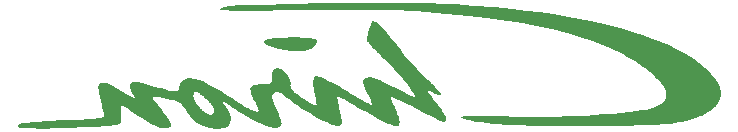
<source format=gbr>
%TF.GenerationSoftware,KiCad,Pcbnew,7.0.9*%
%TF.CreationDate,2024-03-10T13:20:19+01:00*%
%TF.ProjectId,65petit,36357065-7469-4742-9e6b-696361645f70,rev?*%
%TF.SameCoordinates,Original*%
%TF.FileFunction,Legend,Bot*%
%TF.FilePolarity,Positive*%
%FSLAX46Y46*%
G04 Gerber Fmt 4.6, Leading zero omitted, Abs format (unit mm)*
G04 Created by KiCad (PCBNEW 7.0.9) date 2024-03-10 13:20:19*
%MOMM*%
%LPD*%
G01*
G04 APERTURE LIST*
G04 Aperture macros list*
%AMHorizOval*
0 Thick line with rounded ends*
0 $1 width*
0 $2 $3 position (X,Y) of the first rounded end (center of the circle)*
0 $4 $5 position (X,Y) of the second rounded end (center of the circle)*
0 Add line between two ends*
20,1,$1,$2,$3,$4,$5,0*
0 Add two circle primitives to create the rounded ends*
1,1,$1,$2,$3*
1,1,$1,$4,$5*%
G04 Aperture macros list end*
%ADD10C,0.000000*%
%ADD11C,1.701800*%
%ADD12C,3.987800*%
%ADD13HorizOval,2.300000X0.655008X0.729993X-0.655008X-0.729993X0*%
%ADD14C,2.300000*%
%ADD15HorizOval,2.300000X0.020004X0.290000X-0.020004X-0.290000X0*%
%ADD16R,1.600000X1.600000*%
%ADD17O,1.600000X1.600000*%
%ADD18O,2.500000X1.500000*%
%ADD19O,1.500000X2.500000*%
%ADD20C,2.200000*%
%ADD21C,3.048000*%
G04 APERTURE END LIST*
D10*
G36*
X67401171Y-134076160D02*
G01*
X67592085Y-134078770D01*
X67772647Y-134083299D01*
X67942613Y-134089718D01*
X68101740Y-134097998D01*
X68249785Y-134108108D01*
X68386505Y-134120019D01*
X68511658Y-134133701D01*
X68624999Y-134149125D01*
X68726286Y-134166261D01*
X68815276Y-134185079D01*
X68891726Y-134205549D01*
X68955392Y-134227642D01*
X68982356Y-134239288D01*
X69006033Y-134251329D01*
X69026392Y-134263760D01*
X69043403Y-134276579D01*
X69057037Y-134289781D01*
X69067262Y-134303363D01*
X69074206Y-134315977D01*
X69079913Y-134329306D01*
X69084397Y-134343315D01*
X69087678Y-134357973D01*
X69089771Y-134373247D01*
X69090694Y-134389103D01*
X69090463Y-134405509D01*
X69089095Y-134422432D01*
X69086608Y-134439841D01*
X69083018Y-134457700D01*
X69072598Y-134494645D01*
X69057970Y-134533004D01*
X69039270Y-134572516D01*
X69016634Y-134612918D01*
X68990196Y-134653949D01*
X68960093Y-134695347D01*
X68926460Y-134736850D01*
X68889432Y-134778196D01*
X68849145Y-134819123D01*
X68805734Y-134859369D01*
X68759336Y-134898673D01*
X68704792Y-134939827D01*
X68645487Y-134978908D01*
X68581704Y-135015836D01*
X68513727Y-135050531D01*
X68441839Y-135082912D01*
X68366322Y-135112899D01*
X68287461Y-135140412D01*
X68205539Y-135165370D01*
X68120838Y-135187692D01*
X68033643Y-135207299D01*
X67944235Y-135224110D01*
X67852899Y-135238045D01*
X67759918Y-135249023D01*
X67665575Y-135256964D01*
X67570153Y-135261788D01*
X67473935Y-135263413D01*
X67285222Y-135257181D01*
X67068601Y-135239320D01*
X66831715Y-135211082D01*
X66582205Y-135173719D01*
X66327713Y-135128484D01*
X66075881Y-135076628D01*
X65834350Y-135019406D01*
X65610763Y-134958068D01*
X65506021Y-134926094D01*
X65404217Y-134893311D01*
X65305877Y-134859960D01*
X65211529Y-134826285D01*
X65121699Y-134792528D01*
X65036914Y-134758931D01*
X64957703Y-134725737D01*
X64884592Y-134693188D01*
X64818107Y-134661527D01*
X64758777Y-134630996D01*
X64707129Y-134601837D01*
X64663688Y-134574294D01*
X64645211Y-134561204D01*
X64628984Y-134548609D01*
X64615073Y-134536539D01*
X64603543Y-134525024D01*
X64594460Y-134514094D01*
X64587891Y-134503781D01*
X64583901Y-134494114D01*
X64582557Y-134485123D01*
X64583141Y-134476375D01*
X64584873Y-134467428D01*
X64587726Y-134458300D01*
X64591670Y-134449010D01*
X64602717Y-134430017D01*
X64617786Y-134410596D01*
X64636649Y-134390896D01*
X64659077Y-134371062D01*
X64684840Y-134351243D01*
X64713709Y-134331587D01*
X64745456Y-134312240D01*
X64779852Y-134293349D01*
X64816668Y-134275063D01*
X64855676Y-134257529D01*
X64896645Y-134240895D01*
X64939347Y-134225306D01*
X64983554Y-134210912D01*
X65029037Y-134197860D01*
X65153928Y-134173769D01*
X65338486Y-134151188D01*
X65573805Y-134130619D01*
X65850980Y-134112563D01*
X66161107Y-134097522D01*
X66495280Y-134085996D01*
X66844595Y-134078488D01*
X67200147Y-134075499D01*
X67401171Y-134076160D01*
G37*
G36*
X76124085Y-131135047D02*
G01*
X77440570Y-131153899D01*
X78649800Y-131184467D01*
X79753956Y-131226772D01*
X80755222Y-131280835D01*
X82407058Y-131395858D01*
X84117496Y-131533260D01*
X85684687Y-131675799D01*
X86906781Y-131806233D01*
X87995784Y-131949984D01*
X89200594Y-132128782D01*
X90374709Y-132319849D01*
X91371625Y-132500409D01*
X91826404Y-132592468D01*
X92320706Y-132698434D01*
X93364577Y-132937065D01*
X94376628Y-133186260D01*
X94831154Y-133305431D01*
X95230247Y-133415976D01*
X95615385Y-133530381D01*
X96029921Y-133660614D01*
X96460833Y-133802145D01*
X96895098Y-133950442D01*
X97319694Y-134100974D01*
X97721599Y-134249210D01*
X98087790Y-134390619D01*
X98405244Y-134520669D01*
X98706719Y-134653323D01*
X99027115Y-134802191D01*
X99356621Y-134962220D01*
X99685427Y-135128356D01*
X100003719Y-135295544D01*
X100301687Y-135458730D01*
X100569519Y-135612861D01*
X100797403Y-135752883D01*
X100902334Y-135822012D01*
X101011899Y-135897618D01*
X101241366Y-136065259D01*
X101478681Y-136249804D01*
X101716723Y-136445252D01*
X101948370Y-136645601D01*
X102166502Y-136844850D01*
X102268273Y-136942187D01*
X102363995Y-137036998D01*
X102452777Y-137128534D01*
X102533729Y-137216044D01*
X102635079Y-137330669D01*
X102727718Y-137439882D01*
X102811947Y-137544299D01*
X102888063Y-137644538D01*
X102956369Y-137741213D01*
X103017162Y-137834941D01*
X103070742Y-137926338D01*
X103117410Y-138016021D01*
X103157466Y-138104604D01*
X103191208Y-138192704D01*
X103218937Y-138280938D01*
X103240952Y-138369921D01*
X103257553Y-138460269D01*
X103269040Y-138552599D01*
X103275712Y-138647526D01*
X103277869Y-138745667D01*
X103276059Y-138835458D01*
X103270592Y-138922678D01*
X103261413Y-139007458D01*
X103248470Y-139089926D01*
X103231708Y-139170213D01*
X103211074Y-139248449D01*
X103186513Y-139324765D01*
X103157972Y-139399290D01*
X103125396Y-139472155D01*
X103088732Y-139543488D01*
X103047926Y-139613422D01*
X103002923Y-139682085D01*
X102953671Y-139749607D01*
X102900115Y-139816119D01*
X102842200Y-139881751D01*
X102779874Y-139946633D01*
X102725294Y-139998983D01*
X102664688Y-140053044D01*
X102598693Y-140108399D01*
X102527945Y-140164633D01*
X102453078Y-140221331D01*
X102374730Y-140278077D01*
X102210132Y-140390055D01*
X102039237Y-140497241D01*
X101953017Y-140548000D01*
X101867131Y-140596315D01*
X101782215Y-140641770D01*
X101698903Y-140683952D01*
X101617832Y-140722443D01*
X101539638Y-140756829D01*
X101362186Y-140824734D01*
X101141834Y-140898117D01*
X100887322Y-140974653D01*
X100607393Y-141052019D01*
X100310789Y-141127892D01*
X100006250Y-141199948D01*
X99702518Y-141265864D01*
X99408336Y-141323317D01*
X99408347Y-141323329D01*
X98999002Y-141381849D01*
X98449904Y-141433543D01*
X97765384Y-141478245D01*
X96949773Y-141515786D01*
X94942601Y-141568721D01*
X92463037Y-141591012D01*
X90113587Y-141581282D01*
X87823925Y-141544878D01*
X85856234Y-141487569D01*
X85075060Y-141452879D01*
X84472698Y-141415128D01*
X83965931Y-141370869D01*
X83475316Y-141318773D01*
X83012019Y-141260616D01*
X82587207Y-141198177D01*
X82212045Y-141133234D01*
X82046574Y-141100379D01*
X81897702Y-141067566D01*
X81766826Y-141035015D01*
X81655343Y-141002950D01*
X81564647Y-140971592D01*
X81496135Y-140941165D01*
X81416452Y-140896445D01*
X81360361Y-140857017D01*
X81331203Y-140822708D01*
X81327768Y-140807418D01*
X81332318Y-140793343D01*
X81367043Y-140768752D01*
X81438719Y-140748760D01*
X81550684Y-140733195D01*
X81706279Y-140721884D01*
X82161714Y-140711333D01*
X82831739Y-140715723D01*
X84922416Y-140763799D01*
X85795025Y-140780728D01*
X86754793Y-140787582D01*
X88810108Y-140773025D01*
X90836967Y-140724039D01*
X91761163Y-140687859D01*
X92583972Y-140644540D01*
X93346529Y-140592864D01*
X94098040Y-140532745D01*
X94819190Y-140466347D01*
X95490663Y-140395840D01*
X96093141Y-140323390D01*
X96607310Y-140251165D01*
X97013852Y-140181332D01*
X97170726Y-140147989D01*
X97293451Y-140116057D01*
X97405856Y-140081069D01*
X97515343Y-140043804D01*
X97621532Y-140004481D01*
X97724041Y-139963318D01*
X97822491Y-139920534D01*
X97916502Y-139876348D01*
X98005694Y-139830977D01*
X98089687Y-139784642D01*
X98168100Y-139737560D01*
X98240554Y-139689951D01*
X98306669Y-139642032D01*
X98366064Y-139594023D01*
X98418359Y-139546141D01*
X98441725Y-139522317D01*
X98463174Y-139498607D01*
X98482658Y-139475038D01*
X98500130Y-139451638D01*
X98515542Y-139428434D01*
X98528846Y-139405454D01*
X98550530Y-139361444D01*
X98570434Y-139314003D01*
X98588507Y-139263577D01*
X98604695Y-139210608D01*
X98618944Y-139155542D01*
X98631202Y-139098823D01*
X98641416Y-139040896D01*
X98649531Y-138982205D01*
X98655496Y-138923195D01*
X98659256Y-138864309D01*
X98660759Y-138805993D01*
X98659951Y-138748691D01*
X98656780Y-138692847D01*
X98651192Y-138638907D01*
X98643134Y-138587313D01*
X98632552Y-138538512D01*
X98615721Y-138487233D01*
X98589326Y-138428368D01*
X98553932Y-138362608D01*
X98510104Y-138290642D01*
X98458406Y-138213160D01*
X98399402Y-138130850D01*
X98333656Y-138044402D01*
X98261734Y-137954506D01*
X98184199Y-137861850D01*
X98101615Y-137767125D01*
X98014548Y-137671019D01*
X97923561Y-137574222D01*
X97829219Y-137477423D01*
X97732086Y-137381313D01*
X97632727Y-137286579D01*
X97531705Y-137193911D01*
X97423264Y-137099498D01*
X97302133Y-136999640D01*
X97026992Y-136787040D01*
X96716662Y-136563007D01*
X96381526Y-136334437D01*
X96031965Y-136108225D01*
X95678362Y-135891267D01*
X95331097Y-135690458D01*
X95000552Y-135512694D01*
X94657728Y-135342476D01*
X94275268Y-135163291D01*
X93866021Y-134980517D01*
X93442838Y-134799536D01*
X93018568Y-134625725D01*
X92606060Y-134464465D01*
X92218163Y-134321135D01*
X91867727Y-134201115D01*
X91513649Y-134089038D01*
X91115316Y-133968478D01*
X90240206Y-133717043D01*
X89351049Y-133477073D01*
X88556493Y-133278830D01*
X88154285Y-133189540D01*
X87670910Y-133091123D01*
X86533906Y-132879848D01*
X85291984Y-132670884D01*
X84091649Y-132490109D01*
X82721997Y-132322852D01*
X81019065Y-132150684D01*
X79199763Y-131993868D01*
X77481004Y-131872666D01*
X75410725Y-131780694D01*
X72988480Y-131732195D01*
X70273544Y-131727778D01*
X67325191Y-131768050D01*
X65978876Y-131792408D01*
X64756516Y-131807692D01*
X63674206Y-131814033D01*
X62748040Y-131811561D01*
X61994110Y-131800407D01*
X61428512Y-131780700D01*
X61221367Y-131767680D01*
X61067339Y-131752571D01*
X60968441Y-131735390D01*
X60940294Y-131726026D01*
X60926685Y-131716151D01*
X60922034Y-131706697D01*
X60919623Y-131697072D01*
X60919405Y-131687294D01*
X60921333Y-131677382D01*
X60925361Y-131667355D01*
X60931441Y-131657233D01*
X60949572Y-131636775D01*
X60975352Y-131616160D01*
X61008407Y-131595538D01*
X61048362Y-131575061D01*
X61094843Y-131554878D01*
X61147476Y-131535142D01*
X61205887Y-131516002D01*
X61269701Y-131497611D01*
X61338544Y-131480118D01*
X61412042Y-131463675D01*
X61489820Y-131448432D01*
X61571504Y-131434541D01*
X61656720Y-131422152D01*
X62555265Y-131367979D01*
X64379183Y-131303589D01*
X66863175Y-131237040D01*
X69741943Y-131176390D01*
X73160619Y-131132409D01*
X76124085Y-131135047D01*
G37*
G36*
X61608743Y-140301613D02*
G01*
X61642858Y-140369774D01*
X61674346Y-140437585D01*
X61702980Y-140504537D01*
X61728533Y-140570121D01*
X61750778Y-140633828D01*
X61769487Y-140695148D01*
X61784434Y-140753574D01*
X61795391Y-140808596D01*
X61802132Y-140859705D01*
X61804429Y-140906392D01*
X61803194Y-140951394D01*
X61799569Y-140997558D01*
X61793677Y-141044542D01*
X61785640Y-141092004D01*
X61775579Y-141139601D01*
X61763618Y-141186990D01*
X61749877Y-141233830D01*
X61734480Y-141279778D01*
X61717548Y-141324491D01*
X61699203Y-141367627D01*
X61679568Y-141408845D01*
X61658764Y-141447800D01*
X61636914Y-141484152D01*
X61614140Y-141517558D01*
X61590563Y-141547675D01*
X61566306Y-141574160D01*
X61538549Y-141598416D01*
X61504705Y-141621992D01*
X61465242Y-141644766D01*
X61420626Y-141666616D01*
X61371327Y-141687420D01*
X61317812Y-141707055D01*
X61260549Y-141725400D01*
X61200006Y-141742332D01*
X61136650Y-141757730D01*
X61070950Y-141771470D01*
X61003373Y-141783432D01*
X60934388Y-141793493D01*
X60864461Y-141801531D01*
X60794062Y-141807423D01*
X60723657Y-141811048D01*
X60653714Y-141812283D01*
X60581347Y-141810546D01*
X60503825Y-141805448D01*
X60421856Y-141797162D01*
X60336147Y-141785859D01*
X60247407Y-141771711D01*
X60156342Y-141754889D01*
X60063660Y-141735565D01*
X59970069Y-141713911D01*
X59876277Y-141690099D01*
X59782991Y-141664300D01*
X59690919Y-141636685D01*
X59600767Y-141607427D01*
X59513245Y-141576698D01*
X59429060Y-141544668D01*
X59348918Y-141511510D01*
X59273528Y-141477395D01*
X59196149Y-141437773D01*
X59116633Y-141391489D01*
X59035467Y-141339012D01*
X58953142Y-141280810D01*
X58870147Y-141217353D01*
X58786972Y-141149110D01*
X58704104Y-141076552D01*
X58622035Y-141000145D01*
X58541252Y-140920362D01*
X58462246Y-140837669D01*
X58385506Y-140752537D01*
X58311520Y-140665435D01*
X58240779Y-140576832D01*
X58173771Y-140487197D01*
X58110986Y-140397000D01*
X58052913Y-140306710D01*
X57975046Y-140182764D01*
X57901033Y-140070533D01*
X57829937Y-139969326D01*
X57760819Y-139878451D01*
X57692741Y-139797218D01*
X57624765Y-139724935D01*
X57555954Y-139660911D01*
X57485369Y-139604455D01*
X57449118Y-139578848D01*
X57412072Y-139554874D01*
X57374114Y-139532447D01*
X57335126Y-139511479D01*
X57253592Y-139473576D01*
X57166532Y-139440476D01*
X57073008Y-139411487D01*
X56972083Y-139385917D01*
X56862818Y-139363075D01*
X56744275Y-139342271D01*
X56397892Y-139282804D01*
X56041531Y-139215983D01*
X55717120Y-139149983D01*
X55579999Y-139119845D01*
X55466588Y-139092978D01*
X55391238Y-139075586D01*
X55327699Y-139064582D01*
X55276453Y-139061069D01*
X55255589Y-139062467D01*
X55237978Y-139066153D01*
X55223680Y-139072263D01*
X55212754Y-139080937D01*
X55205260Y-139092312D01*
X55201260Y-139106527D01*
X55200811Y-139123719D01*
X55203975Y-139144027D01*
X55221379Y-139194540D01*
X55253951Y-139259173D01*
X55302170Y-139339029D01*
X55366517Y-139435212D01*
X55447469Y-139548828D01*
X55661111Y-139832774D01*
X55946931Y-140199702D01*
X56070067Y-140358085D01*
X56182360Y-140506032D01*
X56283958Y-140643826D01*
X56375008Y-140771750D01*
X56455658Y-140890085D01*
X56526054Y-140999114D01*
X56586345Y-141099120D01*
X56636677Y-141190386D01*
X56658155Y-141232829D01*
X56677199Y-141273193D01*
X56693827Y-141311513D01*
X56708057Y-141347825D01*
X56719909Y-141382163D01*
X56729400Y-141414564D01*
X56736549Y-141445062D01*
X56741374Y-141473692D01*
X56743894Y-141500491D01*
X56744127Y-141525493D01*
X56742091Y-141548733D01*
X56737806Y-141570248D01*
X56731289Y-141590072D01*
X56722559Y-141608240D01*
X56711634Y-141624789D01*
X56698533Y-141639752D01*
X56673191Y-141661494D01*
X56642909Y-141681182D01*
X56608026Y-141698780D01*
X56568884Y-141714255D01*
X56525822Y-141727571D01*
X56479182Y-141738695D01*
X56429305Y-141747592D01*
X56376529Y-141754227D01*
X56321197Y-141758566D01*
X56263649Y-141760574D01*
X56204225Y-141760218D01*
X56143266Y-141757462D01*
X56081112Y-141752272D01*
X56018105Y-141744614D01*
X55954583Y-141734453D01*
X55890889Y-141721755D01*
X55823462Y-141703869D01*
X55744544Y-141677510D01*
X55655115Y-141643198D01*
X55556153Y-141601451D01*
X55333548Y-141497729D01*
X55084562Y-141370495D01*
X54817025Y-141223902D01*
X54538770Y-141062101D01*
X54257628Y-140889245D01*
X53981431Y-140709485D01*
X53715373Y-140532396D01*
X53463296Y-140367187D01*
X53230991Y-140217473D01*
X53024253Y-140086872D01*
X52848873Y-139978999D01*
X52710644Y-139897469D01*
X52657270Y-139867713D01*
X52615357Y-139845900D01*
X52585628Y-139832480D01*
X52568807Y-139827906D01*
X52563844Y-139829009D01*
X52559081Y-139832282D01*
X52550171Y-139845119D01*
X52542100Y-139865987D01*
X52534890Y-139894452D01*
X52528564Y-139930083D01*
X52523146Y-139972446D01*
X52515121Y-140075642D01*
X52510999Y-140200581D01*
X52510963Y-140343805D01*
X52515195Y-140501853D01*
X52523877Y-140671267D01*
X52537179Y-140949882D01*
X52534160Y-141063081D01*
X52520536Y-141160763D01*
X52508772Y-141204228D01*
X52493186Y-141244345D01*
X52473389Y-141281291D01*
X52448991Y-141315242D01*
X52419602Y-141346377D01*
X52384832Y-141374872D01*
X52344291Y-141400905D01*
X52297589Y-141424651D01*
X52184143Y-141465995D01*
X52041373Y-141500321D01*
X51866161Y-141529044D01*
X51655387Y-141553582D01*
X51405932Y-141575351D01*
X51114675Y-141595767D01*
X50394281Y-141638207D01*
X49370586Y-141688186D01*
X48196899Y-141732909D01*
X47018095Y-141767488D01*
X45979047Y-141787038D01*
X45530603Y-141788491D01*
X45112242Y-141782856D01*
X44733123Y-141770755D01*
X44561140Y-141762474D01*
X44402402Y-141752811D01*
X44258051Y-141741843D01*
X44129234Y-141729648D01*
X44017095Y-141716304D01*
X43922778Y-141701888D01*
X43847428Y-141686479D01*
X43792190Y-141670155D01*
X43772470Y-141661674D01*
X43758207Y-141652993D01*
X43749544Y-141644122D01*
X43746625Y-141635072D01*
X43746993Y-141625847D01*
X43748083Y-141616461D01*
X43749878Y-141606931D01*
X43752360Y-141597275D01*
X43755510Y-141587512D01*
X43759312Y-141577660D01*
X43768795Y-141557762D01*
X43780666Y-141537727D01*
X43794779Y-141517701D01*
X43810992Y-141497830D01*
X43829160Y-141478260D01*
X43849139Y-141459136D01*
X43870785Y-141440606D01*
X43893953Y-141422814D01*
X43918501Y-141405908D01*
X43944284Y-141390032D01*
X43971157Y-141375333D01*
X43998977Y-141361958D01*
X44027600Y-141350051D01*
X44153233Y-141325513D01*
X44404197Y-141297059D01*
X45221884Y-141232481D01*
X46360203Y-141164481D01*
X47698693Y-141101222D01*
X48399168Y-141068359D01*
X49043624Y-141030802D01*
X49620542Y-140989679D01*
X50118401Y-140946115D01*
X50525679Y-140901236D01*
X50691750Y-140878655D01*
X50830856Y-140856167D01*
X50941556Y-140833914D01*
X51022411Y-140812036D01*
X51051196Y-140801281D01*
X51071980Y-140790673D01*
X51084582Y-140780229D01*
X51088823Y-140769967D01*
X51082493Y-140707323D01*
X51064351Y-140601659D01*
X51035670Y-140458664D01*
X50997720Y-140284028D01*
X50899107Y-139862589D01*
X50778688Y-139382857D01*
X50743269Y-139242283D01*
X50711516Y-139108143D01*
X50683442Y-138980596D01*
X50659060Y-138859802D01*
X50638384Y-138745920D01*
X50621428Y-138639109D01*
X50608206Y-138539530D01*
X50598731Y-138447342D01*
X50593017Y-138362704D01*
X50591078Y-138285776D01*
X50592928Y-138216717D01*
X50598580Y-138155688D01*
X50602836Y-138128234D01*
X50608048Y-138102847D01*
X50614217Y-138079547D01*
X50621346Y-138058353D01*
X50629435Y-138039287D01*
X50638487Y-138022368D01*
X50648504Y-138007615D01*
X50659486Y-137995049D01*
X50680928Y-137976220D01*
X50705673Y-137959160D01*
X50733427Y-137943903D01*
X50763896Y-137930486D01*
X50796785Y-137918944D01*
X50831799Y-137909311D01*
X50868644Y-137901624D01*
X50907025Y-137895918D01*
X50946647Y-137892228D01*
X50987217Y-137890589D01*
X51028439Y-137891038D01*
X51070019Y-137893609D01*
X51111662Y-137898337D01*
X51153074Y-137905259D01*
X51193960Y-137914410D01*
X51234025Y-137925824D01*
X51334074Y-137964126D01*
X51471860Y-138026624D01*
X51641190Y-138110037D01*
X51835870Y-138211084D01*
X52049705Y-138326481D01*
X52276501Y-138452949D01*
X52510064Y-138587204D01*
X52744199Y-138725966D01*
X52908732Y-138824497D01*
X53055591Y-138911183D01*
X53185339Y-138986195D01*
X53298538Y-139049703D01*
X53395753Y-139101878D01*
X53438542Y-139123769D01*
X53477546Y-139142890D01*
X53512836Y-139159264D01*
X53544481Y-139172911D01*
X53572553Y-139183853D01*
X53597121Y-139192111D01*
X53618257Y-139197707D01*
X53636030Y-139200661D01*
X53650510Y-139200996D01*
X53656538Y-139200187D01*
X53661769Y-139198732D01*
X53666212Y-139196632D01*
X53669877Y-139193891D01*
X53672771Y-139190511D01*
X53674903Y-139186494D01*
X53676283Y-139181844D01*
X53676919Y-139176563D01*
X53675995Y-139164118D01*
X53672201Y-139149182D01*
X53665608Y-139131775D01*
X53656286Y-139111919D01*
X53644306Y-139089635D01*
X53629737Y-139064945D01*
X53619674Y-139048999D01*
X58629432Y-139048999D01*
X58632441Y-139093990D01*
X58641271Y-139143625D01*
X58655623Y-139197394D01*
X58675202Y-139254789D01*
X58699708Y-139315301D01*
X58728845Y-139378422D01*
X58762315Y-139443642D01*
X58799822Y-139510454D01*
X58841067Y-139578348D01*
X58885753Y-139646815D01*
X58933583Y-139715347D01*
X58984259Y-139783436D01*
X59037485Y-139850572D01*
X59092962Y-139916247D01*
X59150393Y-139979952D01*
X59209481Y-140041178D01*
X59270193Y-140100267D01*
X59332388Y-140157698D01*
X59395608Y-140213175D01*
X59459395Y-140266401D01*
X59523292Y-140317077D01*
X59586840Y-140364907D01*
X59649583Y-140409593D01*
X59711061Y-140450838D01*
X59770818Y-140488345D01*
X59828395Y-140521815D01*
X59883334Y-140550952D01*
X59935179Y-140575458D01*
X59983470Y-140595037D01*
X60027750Y-140609389D01*
X60067562Y-140618219D01*
X60085649Y-140620470D01*
X60102447Y-140621228D01*
X60118736Y-140620746D01*
X60134789Y-140619313D01*
X60150590Y-140616953D01*
X60166118Y-140613687D01*
X60181356Y-140609537D01*
X60196285Y-140604527D01*
X60210886Y-140598678D01*
X60225141Y-140592012D01*
X60239032Y-140584552D01*
X60252540Y-140576320D01*
X60265646Y-140567338D01*
X60278333Y-140557628D01*
X60290580Y-140547213D01*
X60302371Y-140536115D01*
X60313687Y-140524356D01*
X60324508Y-140511958D01*
X60334817Y-140498945D01*
X60344595Y-140485337D01*
X60353823Y-140471157D01*
X60362483Y-140456427D01*
X60370557Y-140441171D01*
X60378026Y-140425409D01*
X60384871Y-140409164D01*
X60391074Y-140392459D01*
X60396617Y-140375316D01*
X60401481Y-140357756D01*
X60405647Y-140339803D01*
X60409097Y-140321477D01*
X60411813Y-140302803D01*
X60413776Y-140283802D01*
X60414967Y-140264495D01*
X60415368Y-140244906D01*
X60414451Y-140224812D01*
X60411729Y-140203378D01*
X60401052Y-140156744D01*
X60383696Y-140105515D01*
X60360021Y-140050197D01*
X60330386Y-139991300D01*
X60295152Y-139929334D01*
X60254677Y-139864806D01*
X60209322Y-139798225D01*
X60159445Y-139730100D01*
X60105408Y-139660940D01*
X60047568Y-139591253D01*
X59986287Y-139521548D01*
X59921923Y-139452335D01*
X59854836Y-139384121D01*
X59785385Y-139317415D01*
X59713931Y-139252726D01*
X59641485Y-139189989D01*
X59569120Y-139129011D01*
X59497294Y-139070108D01*
X59426466Y-139013596D01*
X59357093Y-138959790D01*
X59289633Y-138909006D01*
X59224543Y-138861561D01*
X59162282Y-138817769D01*
X59103308Y-138777946D01*
X59048078Y-138742409D01*
X58997050Y-138711472D01*
X58950682Y-138685453D01*
X58909432Y-138664666D01*
X58873757Y-138649427D01*
X58844116Y-138640052D01*
X58831701Y-138637662D01*
X58820966Y-138636857D01*
X58811148Y-138637396D01*
X58801455Y-138638995D01*
X58791899Y-138641628D01*
X58782491Y-138645269D01*
X58773245Y-138649890D01*
X58764172Y-138655467D01*
X58755286Y-138661971D01*
X58746597Y-138669377D01*
X58729864Y-138686790D01*
X58714070Y-138707492D01*
X58699315Y-138731274D01*
X58685695Y-138757923D01*
X58673311Y-138787229D01*
X58662259Y-138818980D01*
X58652637Y-138852964D01*
X58644545Y-138888971D01*
X58638081Y-138926790D01*
X58633341Y-138966208D01*
X58630426Y-139007015D01*
X58629432Y-139048999D01*
X53619674Y-139048999D01*
X53612651Y-139037870D01*
X53571206Y-138976649D01*
X53540688Y-138931250D01*
X53511026Y-138883532D01*
X53482373Y-138833898D01*
X53454883Y-138782746D01*
X53428710Y-138730477D01*
X53404007Y-138677491D01*
X53380927Y-138624187D01*
X53359625Y-138570968D01*
X53340254Y-138518231D01*
X53322967Y-138466378D01*
X53307919Y-138415808D01*
X53295262Y-138366922D01*
X53285150Y-138320120D01*
X53277737Y-138275802D01*
X53273177Y-138234369D01*
X53271623Y-138196219D01*
X53272062Y-138174600D01*
X53273379Y-138153666D01*
X53275574Y-138133418D01*
X53278646Y-138113855D01*
X53282594Y-138094978D01*
X53287417Y-138076788D01*
X53293115Y-138059285D01*
X53299688Y-138042470D01*
X53307134Y-138026341D01*
X53315453Y-138010901D01*
X53324645Y-137996150D01*
X53334709Y-137982087D01*
X53345644Y-137968713D01*
X53357449Y-137956029D01*
X53370124Y-137944035D01*
X53383669Y-137932731D01*
X53398082Y-137922118D01*
X53413364Y-137912196D01*
X53429513Y-137902965D01*
X53446529Y-137894426D01*
X53464411Y-137886580D01*
X53483158Y-137879426D01*
X53502771Y-137872964D01*
X53523247Y-137867197D01*
X53566791Y-137857742D01*
X53613785Y-137851066D01*
X53664224Y-137847170D01*
X53718103Y-137846059D01*
X53770111Y-137848364D01*
X53833467Y-137854619D01*
X53990723Y-137878163D01*
X54182880Y-137915064D01*
X54402947Y-137963692D01*
X54643934Y-138022421D01*
X54898850Y-138089622D01*
X55160704Y-138163667D01*
X55422506Y-138242928D01*
X55682933Y-138322139D01*
X55940850Y-138396035D01*
X56189541Y-138463000D01*
X56422292Y-138521416D01*
X56632389Y-138569666D01*
X56813118Y-138606132D01*
X56890371Y-138619441D01*
X56957764Y-138629198D01*
X57014457Y-138635200D01*
X57059612Y-138637246D01*
X57082224Y-138636841D01*
X57104187Y-138635631D01*
X57125495Y-138633619D01*
X57146145Y-138630810D01*
X57166132Y-138627209D01*
X57185452Y-138622820D01*
X57204100Y-138617648D01*
X57222071Y-138611698D01*
X57239361Y-138604974D01*
X57255966Y-138597481D01*
X57271881Y-138589223D01*
X57287101Y-138580205D01*
X57301623Y-138570432D01*
X57315442Y-138559908D01*
X57328552Y-138548638D01*
X57340951Y-138536627D01*
X57352633Y-138523878D01*
X57363593Y-138510397D01*
X57373828Y-138496189D01*
X57383333Y-138481257D01*
X57392103Y-138465607D01*
X57400134Y-138449243D01*
X57407421Y-138432169D01*
X57413960Y-138414391D01*
X57419747Y-138395913D01*
X57424776Y-138376740D01*
X57429044Y-138356875D01*
X57432547Y-138336325D01*
X57435278Y-138315092D01*
X57437235Y-138293183D01*
X57438412Y-138270601D01*
X57438806Y-138247351D01*
X57439326Y-138227088D01*
X57440869Y-138206530D01*
X57443410Y-138185717D01*
X57446923Y-138164686D01*
X57451383Y-138143478D01*
X57456764Y-138122130D01*
X57463040Y-138100680D01*
X57470187Y-138079169D01*
X57486990Y-138036113D01*
X57506967Y-137993271D01*
X57529916Y-137950953D01*
X57555632Y-137909466D01*
X57583911Y-137869121D01*
X57614550Y-137830225D01*
X57647344Y-137793089D01*
X57682090Y-137758022D01*
X57718583Y-137725331D01*
X57756621Y-137695327D01*
X57776154Y-137681429D01*
X57795998Y-137668318D01*
X57816125Y-137656034D01*
X57836511Y-137644614D01*
X57889757Y-137618222D01*
X57944758Y-137595306D01*
X58001701Y-137575865D01*
X58060773Y-137559895D01*
X58122161Y-137547398D01*
X58186052Y-137538370D01*
X58252633Y-137532810D01*
X58322090Y-137530717D01*
X58394611Y-137532090D01*
X58470383Y-137536927D01*
X58549592Y-137545226D01*
X58632426Y-137556987D01*
X58719071Y-137572207D01*
X58809715Y-137590886D01*
X58904544Y-137613021D01*
X59003745Y-137638612D01*
X59089936Y-137664811D01*
X59189016Y-137700269D01*
X59421185Y-137796519D01*
X59690928Y-137922486D01*
X59988921Y-138073294D01*
X60305840Y-138244067D01*
X60632363Y-138429928D01*
X60959164Y-138626002D01*
X61276920Y-138827412D01*
X61591660Y-139031156D01*
X61909818Y-139233918D01*
X62521516Y-139615114D01*
X62797621Y-139782859D01*
X63042272Y-139928242D01*
X63246753Y-140045917D01*
X63402345Y-140130540D01*
X63466287Y-140162686D01*
X63529619Y-140192750D01*
X63591961Y-140220627D01*
X63652934Y-140246210D01*
X63712162Y-140269396D01*
X63769265Y-140290078D01*
X63823865Y-140308150D01*
X63875584Y-140323509D01*
X63924043Y-140336047D01*
X63968864Y-140345660D01*
X64009668Y-140352242D01*
X64046078Y-140355688D01*
X64062517Y-140356201D01*
X64077715Y-140355892D01*
X64091625Y-140354745D01*
X64104200Y-140352749D01*
X64115393Y-140349890D01*
X64125156Y-140346154D01*
X64133441Y-140341529D01*
X64140203Y-140336001D01*
X64145564Y-140329005D01*
X64149693Y-140320025D01*
X64154336Y-140296347D01*
X64154305Y-140265437D01*
X64149769Y-140227766D01*
X64140901Y-140183803D01*
X64127871Y-140134019D01*
X64110850Y-140078883D01*
X64090010Y-140018865D01*
X64065522Y-139954436D01*
X64037557Y-139886065D01*
X63971880Y-139739378D01*
X63894349Y-139582563D01*
X63806333Y-139419381D01*
X63761073Y-139336334D01*
X63718211Y-139252677D01*
X63677919Y-139168969D01*
X63640373Y-139085769D01*
X63605744Y-139003634D01*
X63574208Y-138923123D01*
X63545938Y-138844795D01*
X63521108Y-138769208D01*
X63499892Y-138696920D01*
X63482463Y-138628490D01*
X63468995Y-138564476D01*
X63459662Y-138505437D01*
X63454639Y-138451931D01*
X63454098Y-138404516D01*
X63455562Y-138383268D01*
X63458213Y-138363752D01*
X63462071Y-138346038D01*
X63467159Y-138330195D01*
X63483838Y-138295560D01*
X63506444Y-138263098D01*
X63534948Y-138232817D01*
X63569322Y-138204728D01*
X63609538Y-138178837D01*
X63655567Y-138155153D01*
X63707382Y-138133685D01*
X63764955Y-138114440D01*
X63828256Y-138097429D01*
X63897259Y-138082658D01*
X63971935Y-138070137D01*
X64052255Y-138059873D01*
X64138193Y-138051875D01*
X64229719Y-138046152D01*
X64326805Y-138042712D01*
X64429424Y-138041564D01*
X64575553Y-138041217D01*
X64703928Y-138039598D01*
X64815697Y-138035837D01*
X64912005Y-138029065D01*
X64954719Y-138024278D01*
X64993998Y-138018413D01*
X65029985Y-138011361D01*
X65062824Y-138003013D01*
X65092656Y-137993260D01*
X65119627Y-137981994D01*
X65143879Y-137969107D01*
X65165555Y-137954489D01*
X65184798Y-137938033D01*
X65201753Y-137919628D01*
X65216562Y-137899168D01*
X65229369Y-137876542D01*
X65240316Y-137851643D01*
X65249547Y-137824362D01*
X65257206Y-137794591D01*
X65263436Y-137762219D01*
X65268379Y-137727140D01*
X65272180Y-137689245D01*
X65276926Y-137604569D01*
X65278821Y-137507323D01*
X65279010Y-137396638D01*
X65279830Y-137305514D01*
X65283008Y-137222415D01*
X65288767Y-137146965D01*
X65292684Y-137111992D01*
X65297331Y-137078789D01*
X65302736Y-137047312D01*
X65308926Y-137017511D01*
X65315930Y-136989342D01*
X65323776Y-136962756D01*
X65332492Y-136937707D01*
X65342105Y-136914147D01*
X65352645Y-136892031D01*
X65364138Y-136871310D01*
X65376614Y-136851939D01*
X65390099Y-136833869D01*
X65404623Y-136817054D01*
X65420213Y-136801447D01*
X65436898Y-136787002D01*
X65454704Y-136773671D01*
X65473661Y-136761407D01*
X65493797Y-136750163D01*
X65515139Y-136739892D01*
X65537716Y-136730548D01*
X65561555Y-136722084D01*
X65586685Y-136714452D01*
X65613134Y-136707605D01*
X65640929Y-136701497D01*
X65670100Y-136696081D01*
X65700673Y-136691310D01*
X65726261Y-136688287D01*
X65752020Y-136686486D01*
X65777938Y-136685901D01*
X65804004Y-136686526D01*
X65830206Y-136688355D01*
X65856534Y-136691380D01*
X65909519Y-136700994D01*
X65962867Y-136715318D01*
X66016486Y-136734300D01*
X66070286Y-136757888D01*
X66124175Y-136786032D01*
X66178061Y-136818678D01*
X66231853Y-136855777D01*
X66285460Y-136897276D01*
X66338790Y-136943123D01*
X66391752Y-136993268D01*
X66444254Y-137047658D01*
X66496205Y-137106242D01*
X66547513Y-137168969D01*
X66590071Y-137225538D01*
X66630341Y-137283967D01*
X66668163Y-137343806D01*
X66703373Y-137404606D01*
X66735811Y-137465918D01*
X66765314Y-137527291D01*
X66791721Y-137588278D01*
X66814869Y-137648427D01*
X66834596Y-137707290D01*
X66850741Y-137764418D01*
X66863142Y-137819361D01*
X66871636Y-137871669D01*
X66876062Y-137920893D01*
X66876259Y-137966584D01*
X66874720Y-137987965D01*
X66872063Y-138008293D01*
X66868267Y-138027513D01*
X66863313Y-138045569D01*
X66857328Y-138066902D01*
X66852820Y-138088529D01*
X66849789Y-138110452D01*
X66848234Y-138132670D01*
X66848158Y-138155185D01*
X66849559Y-138177995D01*
X66852438Y-138201103D01*
X66856796Y-138224508D01*
X66862632Y-138248211D01*
X66869947Y-138272211D01*
X66878741Y-138296511D01*
X66889014Y-138321108D01*
X66914000Y-138371202D01*
X66944906Y-138422496D01*
X66981734Y-138474993D01*
X67024487Y-138528696D01*
X67073167Y-138583609D01*
X67127776Y-138639734D01*
X67188315Y-138697074D01*
X67254788Y-138755634D01*
X67327195Y-138815415D01*
X67405540Y-138876422D01*
X67545506Y-138980333D01*
X67694369Y-139086956D01*
X67847562Y-139193266D01*
X68000519Y-139296237D01*
X68148677Y-139392842D01*
X68287468Y-139480056D01*
X68412327Y-139554852D01*
X68518689Y-139614205D01*
X68566246Y-139638867D01*
X68613140Y-139662166D01*
X68659100Y-139684010D01*
X68703856Y-139704307D01*
X68747135Y-139722964D01*
X68788667Y-139739891D01*
X68828179Y-139754994D01*
X68865401Y-139768182D01*
X68900061Y-139779362D01*
X68931888Y-139788443D01*
X68960610Y-139795333D01*
X68985955Y-139799938D01*
X69007654Y-139802168D01*
X69017050Y-139802363D01*
X69025433Y-139801930D01*
X69032769Y-139800857D01*
X69039023Y-139799133D01*
X69044161Y-139796745D01*
X69048150Y-139793683D01*
X69053776Y-139782175D01*
X69057095Y-139761601D01*
X69058182Y-139732468D01*
X69057112Y-139695281D01*
X69048796Y-139598774D01*
X69032744Y-139476136D01*
X69009549Y-139331419D01*
X68979807Y-139168676D01*
X68944113Y-138991963D01*
X68903062Y-138805331D01*
X68882198Y-138709701D01*
X68863178Y-138613473D01*
X68846049Y-138517286D01*
X68830853Y-138421778D01*
X68817636Y-138327586D01*
X68806442Y-138235349D01*
X68797317Y-138145704D01*
X68790303Y-138059291D01*
X68785447Y-137976746D01*
X68782793Y-137898708D01*
X68782384Y-137825815D01*
X68784267Y-137758705D01*
X68788484Y-137698016D01*
X68795082Y-137644385D01*
X68804104Y-137598453D01*
X68815595Y-137560855D01*
X68836277Y-137509755D01*
X68857093Y-137465364D01*
X68878893Y-137427650D01*
X68890427Y-137411287D01*
X68902526Y-137396582D01*
X68915296Y-137383531D01*
X68928843Y-137372130D01*
X68943274Y-137362374D01*
X68958694Y-137354262D01*
X68975211Y-137347787D01*
X68992929Y-137342947D01*
X69011956Y-137339738D01*
X69032397Y-137338156D01*
X69054360Y-137338196D01*
X69077950Y-137339856D01*
X69130436Y-137348016D01*
X69190706Y-137362607D01*
X69259609Y-137383597D01*
X69337997Y-137410955D01*
X69426718Y-137444650D01*
X69638562Y-137530928D01*
X69812285Y-137610080D01*
X70038604Y-137723462D01*
X70307974Y-137865766D01*
X70610845Y-138031684D01*
X70937670Y-138215906D01*
X71278901Y-138413123D01*
X71624990Y-138618026D01*
X71966388Y-138825307D01*
X72296529Y-139026620D01*
X72610345Y-139214428D01*
X72900553Y-139384621D01*
X73159867Y-139533087D01*
X73381002Y-139655717D01*
X73556673Y-139748399D01*
X73625184Y-139782225D01*
X73679597Y-139807023D01*
X73719002Y-139822278D01*
X73742488Y-139827477D01*
X73749392Y-139826199D01*
X73754895Y-139822405D01*
X73759020Y-139816158D01*
X73761790Y-139807522D01*
X73763358Y-139783330D01*
X73759783Y-139750329D01*
X73751250Y-139709022D01*
X73737943Y-139659910D01*
X73720046Y-139603493D01*
X73697743Y-139540273D01*
X73640660Y-139395431D01*
X73568169Y-139229392D01*
X73481745Y-139046168D01*
X73382863Y-138849768D01*
X73331872Y-138749066D01*
X73283651Y-138649020D01*
X73238391Y-138550241D01*
X73196286Y-138453340D01*
X73157529Y-138358926D01*
X73122311Y-138267610D01*
X73090826Y-138180004D01*
X73063266Y-138096716D01*
X73039823Y-138018357D01*
X73020690Y-137945538D01*
X73006061Y-137878870D01*
X72996126Y-137818962D01*
X72991080Y-137766425D01*
X72991114Y-137721869D01*
X72993096Y-137702774D01*
X72996421Y-137685904D01*
X73001112Y-137671335D01*
X73007194Y-137659142D01*
X73022922Y-137637452D01*
X73042767Y-137616371D01*
X73066431Y-137596007D01*
X73093618Y-137576469D01*
X73124031Y-137557868D01*
X73157372Y-137540311D01*
X73193344Y-137523908D01*
X73231652Y-137508768D01*
X73271997Y-137495001D01*
X73314082Y-137482715D01*
X73357611Y-137472020D01*
X73402287Y-137463025D01*
X73447813Y-137455839D01*
X73493891Y-137450571D01*
X73540224Y-137447330D01*
X73586517Y-137446225D01*
X73641066Y-137450903D01*
X73711629Y-137464630D01*
X73797093Y-137486943D01*
X73896344Y-137517380D01*
X74131757Y-137600777D01*
X74408963Y-137711121D01*
X74719056Y-137844714D01*
X75053133Y-137997857D01*
X75402287Y-138166853D01*
X75757615Y-138348002D01*
X76103803Y-138526638D01*
X76426766Y-138688434D01*
X76719435Y-138830195D01*
X76974742Y-138948727D01*
X77086176Y-138998284D01*
X77185619Y-139040836D01*
X77272187Y-139075983D01*
X77344997Y-139103326D01*
X77403165Y-139122466D01*
X77445807Y-139133004D01*
X77461030Y-139134923D01*
X77472040Y-139134540D01*
X77478727Y-139131808D01*
X77480981Y-139126675D01*
X77476479Y-139108294D01*
X77463268Y-139078967D01*
X77412501Y-138990035D01*
X77332239Y-138865002D01*
X77226043Y-138708991D01*
X77097472Y-138527126D01*
X76950085Y-138324529D01*
X76787441Y-138106324D01*
X76613101Y-137877633D01*
X76413948Y-137628563D01*
X76180189Y-137351950D01*
X75920371Y-137057012D01*
X75643040Y-136752968D01*
X75356742Y-136449036D01*
X75070022Y-136154434D01*
X74791428Y-135878380D01*
X74529504Y-135630093D01*
X74405663Y-135514348D01*
X74285294Y-135398922D01*
X74169022Y-135284537D01*
X74057468Y-135171917D01*
X73951257Y-135061783D01*
X73851012Y-134954858D01*
X73757356Y-134851865D01*
X73670912Y-134753525D01*
X73592303Y-134660562D01*
X73522154Y-134573698D01*
X73461087Y-134493654D01*
X73409725Y-134421154D01*
X73368692Y-134356921D01*
X73338611Y-134301675D01*
X73327872Y-134277649D01*
X73320105Y-134256141D01*
X73315388Y-134237241D01*
X73313798Y-134221040D01*
X73314928Y-134188513D01*
X73318244Y-134150537D01*
X73330987Y-134060110D01*
X73351134Y-133953498D01*
X73377790Y-133834444D01*
X73410062Y-133706690D01*
X73447058Y-133573978D01*
X73487882Y-133440050D01*
X73531642Y-133308648D01*
X73554164Y-133244988D01*
X73576703Y-133183113D01*
X73599112Y-133123344D01*
X73621249Y-133066000D01*
X73642969Y-133011404D01*
X73664127Y-132959874D01*
X73684580Y-132911731D01*
X73704182Y-132867295D01*
X73722790Y-132826887D01*
X73740258Y-132790828D01*
X73756444Y-132759437D01*
X73771202Y-132733036D01*
X73784387Y-132711943D01*
X73795857Y-132696481D01*
X73800903Y-132690961D01*
X73805466Y-132686968D01*
X73809527Y-132684543D01*
X73813070Y-132683726D01*
X73821173Y-132684351D01*
X73832244Y-132686184D01*
X73862515Y-132693229D01*
X73902333Y-132704366D01*
X73950151Y-132719101D01*
X74004421Y-132736941D01*
X74063595Y-132757391D01*
X74126124Y-132779958D01*
X74190461Y-132804147D01*
X74229507Y-132825873D01*
X74281347Y-132865550D01*
X74345120Y-132922181D01*
X74419968Y-132994770D01*
X74599441Y-133183835D01*
X74812884Y-133424773D01*
X75053412Y-133709611D01*
X75314142Y-134030379D01*
X75588191Y-134379103D01*
X75868675Y-134747811D01*
X76168556Y-135136846D01*
X76498200Y-135543826D01*
X76846825Y-135956693D01*
X77203649Y-136363392D01*
X77557890Y-136751865D01*
X77898769Y-137110056D01*
X78215502Y-137425908D01*
X78361444Y-137564189D01*
X78497308Y-137687363D01*
X78625357Y-137801815D01*
X78748371Y-137914503D01*
X78865774Y-138024780D01*
X78976991Y-138132003D01*
X79081447Y-138235526D01*
X79178566Y-138334704D01*
X79267773Y-138428891D01*
X79348492Y-138517443D01*
X79420149Y-138599715D01*
X79482166Y-138675062D01*
X79533970Y-138742837D01*
X79574985Y-138802397D01*
X79591266Y-138828895D01*
X79604635Y-138853097D01*
X79615018Y-138874922D01*
X79622344Y-138894290D01*
X79626542Y-138911120D01*
X79627538Y-138925332D01*
X79625262Y-138936845D01*
X79619642Y-138945578D01*
X79611711Y-138952422D01*
X79602580Y-138958327D01*
X79592290Y-138963304D01*
X79580884Y-138967367D01*
X79554883Y-138972796D01*
X79524908Y-138974709D01*
X79491289Y-138973203D01*
X79454356Y-138968373D01*
X79414441Y-138960315D01*
X79371872Y-138949125D01*
X79326980Y-138934899D01*
X79280097Y-138917733D01*
X79231550Y-138897724D01*
X79181672Y-138874966D01*
X79130793Y-138849557D01*
X79079242Y-138821591D01*
X79027350Y-138791165D01*
X78975448Y-138758376D01*
X78924281Y-138725420D01*
X78874548Y-138694504D01*
X78826508Y-138665740D01*
X78780418Y-138639241D01*
X78736535Y-138615120D01*
X78695118Y-138593488D01*
X78656422Y-138574460D01*
X78620707Y-138558146D01*
X78588229Y-138544661D01*
X78559246Y-138534116D01*
X78546145Y-138529981D01*
X78534015Y-138526624D01*
X78522887Y-138524057D01*
X78512794Y-138522297D01*
X78503768Y-138521356D01*
X78495841Y-138521248D01*
X78489045Y-138521988D01*
X78483413Y-138523590D01*
X78478976Y-138526067D01*
X78475767Y-138529435D01*
X78473818Y-138533706D01*
X78473161Y-138538895D01*
X78477279Y-138555273D01*
X78489362Y-138581414D01*
X78535793Y-138660700D01*
X78609199Y-138772184D01*
X78706325Y-138911299D01*
X78823915Y-139073476D01*
X78958713Y-139254147D01*
X79107464Y-139448744D01*
X79266912Y-139652697D01*
X79347769Y-139756441D01*
X79426360Y-139860125D01*
X79502276Y-139963090D01*
X79575110Y-140064677D01*
X79644457Y-140164230D01*
X79709909Y-140261088D01*
X79771058Y-140354595D01*
X79827498Y-140444091D01*
X79878823Y-140528919D01*
X79924624Y-140608420D01*
X79964496Y-140681936D01*
X79998031Y-140748808D01*
X80024822Y-140808379D01*
X80044462Y-140859989D01*
X80056545Y-140902981D01*
X80059625Y-140921039D01*
X80060663Y-140936696D01*
X80060361Y-140951041D01*
X80059465Y-140965203D01*
X80057989Y-140979166D01*
X80055950Y-140992911D01*
X80053360Y-141006421D01*
X80050236Y-141019676D01*
X80046592Y-141032661D01*
X80042443Y-141045355D01*
X80037803Y-141057742D01*
X80032687Y-141069804D01*
X80027111Y-141081522D01*
X80021088Y-141092879D01*
X80014635Y-141103857D01*
X80007765Y-141114438D01*
X80000493Y-141124603D01*
X79992834Y-141134336D01*
X79984803Y-141143618D01*
X79976415Y-141152431D01*
X79967685Y-141160757D01*
X79958626Y-141168578D01*
X79949255Y-141175877D01*
X79939586Y-141182635D01*
X79929634Y-141188834D01*
X79919413Y-141194457D01*
X79908938Y-141199486D01*
X79898225Y-141203903D01*
X79887287Y-141207689D01*
X79876140Y-141210827D01*
X79864799Y-141213299D01*
X79853277Y-141215086D01*
X79841591Y-141216172D01*
X79829755Y-141216538D01*
X79795460Y-141210836D01*
X79740988Y-141194106D01*
X79576245Y-141129816D01*
X79344991Y-141028175D01*
X79056691Y-140893691D01*
X78720807Y-140730872D01*
X78346805Y-140544226D01*
X77522300Y-140117482D01*
X77103377Y-139898494D01*
X76709103Y-139697654D01*
X76348353Y-139519110D01*
X76030003Y-139367013D01*
X75762928Y-139245511D01*
X75651393Y-139197530D01*
X75556004Y-139158754D01*
X75477873Y-139129701D01*
X75418108Y-139110890D01*
X75377818Y-139102841D01*
X75365323Y-139103013D01*
X75358113Y-139106070D01*
X75354158Y-139111614D01*
X75351317Y-139119173D01*
X75348891Y-139140103D01*
X75350672Y-139168405D01*
X75356493Y-139203619D01*
X75366188Y-139245287D01*
X75379593Y-139292954D01*
X75416866Y-139404448D01*
X75466988Y-139534439D01*
X75528633Y-139679265D01*
X75600476Y-139835266D01*
X75681192Y-139998778D01*
X75723031Y-140082889D01*
X75763696Y-140168762D01*
X75802979Y-140255776D01*
X75840666Y-140343312D01*
X75876550Y-140430749D01*
X75910417Y-140517467D01*
X75942059Y-140602846D01*
X75971264Y-140686265D01*
X75997821Y-140767104D01*
X76021521Y-140844742D01*
X76042153Y-140918560D01*
X76059505Y-140987937D01*
X76073368Y-141052253D01*
X76083531Y-141110887D01*
X76089784Y-141163220D01*
X76091914Y-141208630D01*
X76091647Y-141229379D01*
X76090852Y-141249865D01*
X76089543Y-141270062D01*
X76087734Y-141289944D01*
X76085437Y-141309484D01*
X76082666Y-141328658D01*
X76079434Y-141347439D01*
X76075753Y-141365801D01*
X76071638Y-141383719D01*
X76067100Y-141401165D01*
X76062154Y-141418116D01*
X76056812Y-141434543D01*
X76051088Y-141450422D01*
X76044994Y-141465727D01*
X76038544Y-141480431D01*
X76031751Y-141494510D01*
X76024627Y-141507935D01*
X76017187Y-141520683D01*
X76009443Y-141532726D01*
X76001409Y-141544040D01*
X75993096Y-141554597D01*
X75984520Y-141564373D01*
X75975692Y-141573340D01*
X75966626Y-141581474D01*
X75957335Y-141588748D01*
X75947832Y-141595136D01*
X75938130Y-141600613D01*
X75928243Y-141605152D01*
X75918183Y-141608728D01*
X75907964Y-141611314D01*
X75897598Y-141612884D01*
X75887099Y-141613414D01*
X75862577Y-141611885D01*
X75831562Y-141607399D01*
X75751923Y-141590160D01*
X75651914Y-141562906D01*
X75535268Y-141526846D01*
X75405719Y-141483188D01*
X75266999Y-141433142D01*
X75122842Y-141377915D01*
X74976979Y-141318717D01*
X74800969Y-141238784D01*
X74570408Y-141124130D01*
X74295088Y-140980131D01*
X73984800Y-140812163D01*
X73298484Y-140425824D01*
X72942038Y-140218203D01*
X72589788Y-140008117D01*
X72250464Y-139805513D01*
X71931064Y-139619342D01*
X71638781Y-139453475D01*
X71380808Y-139311784D01*
X71164340Y-139198141D01*
X71073918Y-139153048D01*
X70996570Y-139116417D01*
X70933195Y-139088735D01*
X70884692Y-139070484D01*
X70851961Y-139062149D01*
X70841791Y-139061851D01*
X70835900Y-139064214D01*
X70829955Y-139077523D01*
X70826901Y-139102180D01*
X70826638Y-139137557D01*
X70829065Y-139183027D01*
X70841590Y-139301738D01*
X70863675Y-139453294D01*
X70894515Y-139632678D01*
X70933311Y-139834873D01*
X70979258Y-140054860D01*
X71031554Y-140287621D01*
X71073489Y-140470119D01*
X71109653Y-140632989D01*
X71139996Y-140777496D01*
X71152970Y-140843259D01*
X71164471Y-140904905D01*
X71174493Y-140962593D01*
X71183029Y-141016480D01*
X71190074Y-141066726D01*
X71195622Y-141113486D01*
X71199666Y-141156921D01*
X71202201Y-141197188D01*
X71203220Y-141234444D01*
X71202718Y-141268849D01*
X71200688Y-141300560D01*
X71197124Y-141329735D01*
X71192021Y-141356532D01*
X71185371Y-141381110D01*
X71177170Y-141403626D01*
X71167411Y-141424238D01*
X71156088Y-141443105D01*
X71143195Y-141460385D01*
X71128726Y-141476235D01*
X71112674Y-141490814D01*
X71095035Y-141504280D01*
X71075801Y-141516791D01*
X71054967Y-141528505D01*
X71032527Y-141539580D01*
X71008474Y-141550174D01*
X70982803Y-141560445D01*
X70943670Y-141569632D01*
X70893033Y-141571938D01*
X70831645Y-141567616D01*
X70760262Y-141556922D01*
X70679635Y-141540111D01*
X70590521Y-141517439D01*
X70493671Y-141489159D01*
X70389840Y-141455528D01*
X70164251Y-141373230D01*
X69919784Y-141272586D01*
X69662470Y-141155636D01*
X69398339Y-141024421D01*
X69120880Y-140874698D01*
X68818080Y-140700888D01*
X68499710Y-140509236D01*
X68175541Y-140305987D01*
X67855343Y-140097385D01*
X67548885Y-139889676D01*
X67265939Y-139689105D01*
X67016275Y-139501916D01*
X66790162Y-139328211D01*
X66574714Y-139166291D01*
X66374969Y-139019685D01*
X66195965Y-138891923D01*
X66042739Y-138786533D01*
X65977367Y-138743331D01*
X65920329Y-138707046D01*
X65872254Y-138678118D01*
X65833772Y-138656990D01*
X65805513Y-138644102D01*
X65795414Y-138640886D01*
X65788106Y-138639895D01*
X65775148Y-138641049D01*
X65759942Y-138643827D01*
X65742678Y-138648145D01*
X65723546Y-138653917D01*
X65702736Y-138661058D01*
X65680437Y-138669484D01*
X65632138Y-138689848D01*
X65580166Y-138714330D01*
X65526044Y-138742249D01*
X65471290Y-138772926D01*
X65417426Y-138805680D01*
X65382804Y-138831781D01*
X65354465Y-138862717D01*
X65332557Y-138899211D01*
X65317222Y-138941987D01*
X65308608Y-138991771D01*
X65306858Y-139049285D01*
X65312119Y-139115255D01*
X65324535Y-139190403D01*
X65344253Y-139275455D01*
X65371416Y-139371135D01*
X65406170Y-139478166D01*
X65448661Y-139597273D01*
X65557433Y-139874612D01*
X65698894Y-140208943D01*
X65778016Y-140393103D01*
X65847870Y-140559726D01*
X65908643Y-140709833D01*
X65960521Y-140844443D01*
X65983183Y-140906256D01*
X66003691Y-140964577D01*
X66022068Y-141019535D01*
X66038338Y-141071255D01*
X66052524Y-141119867D01*
X66064649Y-141165498D01*
X66074737Y-141208275D01*
X66082810Y-141248325D01*
X66088893Y-141285776D01*
X66093008Y-141320757D01*
X66095179Y-141353393D01*
X66095429Y-141383813D01*
X66093782Y-141412144D01*
X66090260Y-141438514D01*
X66084886Y-141463051D01*
X66077686Y-141485881D01*
X66068680Y-141507132D01*
X66057893Y-141526933D01*
X66045349Y-141545410D01*
X66031070Y-141562690D01*
X66015079Y-141578903D01*
X65997401Y-141594174D01*
X65978057Y-141608631D01*
X65957072Y-141622403D01*
X65957072Y-141622878D01*
X65925987Y-141639874D01*
X65890706Y-141655181D01*
X65851628Y-141668772D01*
X65809152Y-141680619D01*
X65763677Y-141690694D01*
X65715602Y-141698969D01*
X65665324Y-141705417D01*
X65613243Y-141710010D01*
X65559758Y-141712721D01*
X65505266Y-141713521D01*
X65450167Y-141712383D01*
X65394859Y-141709279D01*
X65339742Y-141704182D01*
X65285213Y-141697064D01*
X65231671Y-141687897D01*
X65179515Y-141676654D01*
X65063328Y-141644645D01*
X64923618Y-141599164D01*
X64765682Y-141542323D01*
X64594817Y-141476236D01*
X64416322Y-141403014D01*
X64235492Y-141324770D01*
X64057626Y-141243616D01*
X63888021Y-141161664D01*
X63712374Y-141071235D01*
X63517193Y-140965788D01*
X63308990Y-140849139D01*
X63094274Y-140725104D01*
X62879558Y-140597497D01*
X62671353Y-140470134D01*
X62476170Y-140346831D01*
X62300519Y-140231402D01*
X61969122Y-140010250D01*
X61653570Y-139803141D01*
X61389556Y-139633289D01*
X61288028Y-139569590D01*
X61212770Y-139523911D01*
X61185117Y-139509199D01*
X61162748Y-139500630D01*
X61153521Y-139498587D01*
X61145586Y-139498004D01*
X61138934Y-139498858D01*
X61133555Y-139501122D01*
X61129439Y-139504772D01*
X61126578Y-139509784D01*
X61124961Y-139516131D01*
X61124579Y-139523789D01*
X61125422Y-139532733D01*
X61127482Y-139542938D01*
X61135210Y-139567032D01*
X61147688Y-139595870D01*
X61164838Y-139629252D01*
X61186585Y-139666978D01*
X61212852Y-139708849D01*
X61243563Y-139754665D01*
X61278641Y-139804226D01*
X61318010Y-139857332D01*
X61361594Y-139913783D01*
X61406705Y-139973360D01*
X61450551Y-140035640D01*
X61492904Y-140100114D01*
X61533539Y-140166274D01*
X61572227Y-140233609D01*
X61578293Y-140244906D01*
X61608743Y-140301613D01*
G37*
%LPC*%
D11*
%TO.C,MX38*%
X102070000Y-107150000D03*
D12*
X107150000Y-107150000D03*
D11*
X112230000Y-107150000D03*
D13*
X103995008Y-103880007D03*
D14*
X104650000Y-103150000D03*
D15*
X109670004Y-102360000D03*
D14*
X109690000Y-102070000D03*
%TD*%
D16*
%TO.C,D22*%
X235212500Y-72860000D03*
D17*
X235212500Y-65240000D03*
%TD*%
D11*
%TO.C,MX17*%
X125882500Y-69050000D03*
D12*
X130962500Y-69050000D03*
D11*
X136042500Y-69050000D03*
D13*
X127807508Y-65780007D03*
D14*
X128462500Y-65050000D03*
D15*
X133482504Y-64260000D03*
D14*
X133502500Y-63970000D03*
%TD*%
D11*
%TO.C,MX59*%
X233038750Y-126200000D03*
D12*
X238118750Y-126200000D03*
D11*
X243198750Y-126200000D03*
D13*
X234963758Y-122930007D03*
D14*
X235618750Y-122200000D03*
D15*
X240638754Y-121410000D03*
D14*
X240658750Y-121120000D03*
%TD*%
D11*
%TO.C,MX32*%
X187795000Y-88100000D03*
D12*
X192875000Y-88100000D03*
D11*
X197955000Y-88100000D03*
D13*
X189720008Y-84830007D03*
D14*
X190375000Y-84100000D03*
D15*
X195395004Y-83310000D03*
D14*
X195415000Y-83020000D03*
%TD*%
D16*
%TO.C,D43*%
X211400000Y-110960000D03*
D17*
X211400000Y-103340000D03*
%TD*%
D16*
%TO.C,D45*%
X249500000Y-110960000D03*
D17*
X249500000Y-103340000D03*
%TD*%
%TO.C,D54*%
X82812500Y-122390000D03*
D16*
X82812500Y-130010000D03*
%TD*%
%TO.C,D21*%
X216162500Y-72860000D03*
D17*
X216162500Y-65240000D03*
%TD*%
D16*
%TO.C,D23*%
X254262500Y-72860000D03*
D17*
X254262500Y-65240000D03*
%TD*%
D11*
%TO.C,MX47*%
X259232500Y-130962500D03*
D12*
X264312500Y-130962500D03*
D11*
X269392500Y-130962500D03*
D13*
X261157508Y-127692507D03*
D14*
X261812500Y-126962500D03*
D15*
X266832504Y-126172500D03*
D14*
X266852500Y-125882500D03*
%TD*%
D16*
%TO.C,D30*%
X163775000Y-91910000D03*
D17*
X163775000Y-84290000D03*
%TD*%
D11*
%TO.C,MX30*%
X149695000Y-88100000D03*
D12*
X154775000Y-88100000D03*
D11*
X159855000Y-88100000D03*
D13*
X151620008Y-84830007D03*
D14*
X152275000Y-84100000D03*
D15*
X157295004Y-83310000D03*
D14*
X157315000Y-83020000D03*
%TD*%
D11*
%TO.C,MX58*%
X209226250Y-126200000D03*
D12*
X214306250Y-126200000D03*
D11*
X219386250Y-126200000D03*
D13*
X211151258Y-122930007D03*
D14*
X211806250Y-122200000D03*
D15*
X216826254Y-121410000D03*
D14*
X216846250Y-121120000D03*
%TD*%
D11*
%TO.C,MX45*%
X235420000Y-107150000D03*
D12*
X240500000Y-107150000D03*
D11*
X245580000Y-107150000D03*
D13*
X237345008Y-103880007D03*
D14*
X238000000Y-103150000D03*
D15*
X243020004Y-102360000D03*
D14*
X243040000Y-102070000D03*
%TD*%
D16*
%TO.C,D50*%
X298602500Y-121962500D03*
D17*
X306222500Y-121962500D03*
%TD*%
D11*
%TO.C,MX5*%
X121120000Y-50000000D03*
D12*
X126200000Y-50000000D03*
D11*
X131280000Y-50000000D03*
D13*
X123045008Y-46730007D03*
D14*
X123700000Y-46000000D03*
D15*
X128720004Y-45210000D03*
D14*
X128740000Y-44920000D03*
%TD*%
D11*
%TO.C,MX13*%
X47301250Y-69050000D03*
D12*
X52381250Y-69050000D03*
D11*
X57461250Y-69050000D03*
D13*
X49226258Y-65780007D03*
D14*
X49881250Y-65050000D03*
D15*
X54901254Y-64260000D03*
D14*
X54921250Y-63970000D03*
%TD*%
D11*
%TO.C,MX46*%
X254470000Y-107150000D03*
D12*
X259550000Y-107150000D03*
D11*
X264630000Y-107150000D03*
D13*
X256395008Y-103880007D03*
D14*
X257050000Y-103150000D03*
D15*
X262070004Y-102360000D03*
D14*
X262090000Y-102070000D03*
%TD*%
D11*
%TO.C,MX19*%
X163982500Y-69050000D03*
D12*
X169062500Y-69050000D03*
D11*
X174142500Y-69050000D03*
D13*
X165907508Y-65780007D03*
D14*
X166562500Y-65050000D03*
D15*
X171582504Y-64260000D03*
D14*
X171602500Y-63970000D03*
%TD*%
D11*
%TO.C,MX40*%
X140170000Y-107150000D03*
D12*
X145250000Y-107150000D03*
D11*
X150330000Y-107150000D03*
D13*
X142095008Y-103880007D03*
D14*
X142750000Y-103150000D03*
D15*
X147770004Y-102360000D03*
D14*
X147790000Y-102070000D03*
%TD*%
D11*
%TO.C,MX12*%
X259232500Y-50000000D03*
D12*
X264312500Y-50000000D03*
D11*
X269392500Y-50000000D03*
D13*
X261157508Y-46730007D03*
D14*
X261812500Y-46000000D03*
D15*
X266832504Y-45210000D03*
D14*
X266852500Y-44920000D03*
%TD*%
D11*
%TO.C,MX49*%
X278282500Y-111912500D03*
D12*
X283362500Y-111912500D03*
D11*
X288442500Y-111912500D03*
D13*
X280207508Y-108642507D03*
D14*
X280862500Y-107912500D03*
D15*
X285882504Y-107122500D03*
D14*
X285902500Y-106832500D03*
%TD*%
D16*
%TO.C,D10*%
X230450000Y-53810000D03*
D17*
X230450000Y-46190000D03*
%TD*%
D16*
%TO.C,D51*%
X296697500Y-97100000D03*
D17*
X289077500Y-97100000D03*
%TD*%
%TO.C,D53*%
X61381250Y-122390000D03*
D16*
X61381250Y-130010000D03*
%TD*%
D11*
%TO.C,MX14*%
X68732500Y-69050000D03*
D12*
X73812500Y-69050000D03*
D11*
X78892500Y-69050000D03*
D13*
X70657508Y-65780007D03*
D14*
X71312500Y-65050000D03*
D15*
X76332504Y-64260000D03*
D14*
X76352500Y-63970000D03*
%TD*%
D16*
%TO.C,D40*%
X154250000Y-110960000D03*
D17*
X154250000Y-103340000D03*
%TD*%
D11*
%TO.C,MX42*%
X178270000Y-107150000D03*
D12*
X183350000Y-107150000D03*
D11*
X188430000Y-107150000D03*
D13*
X180195008Y-103880007D03*
D14*
X180850000Y-103150000D03*
D15*
X185870004Y-102360000D03*
D14*
X185890000Y-102070000D03*
%TD*%
D16*
%TO.C,D16*%
X120912500Y-72860000D03*
D17*
X120912500Y-65240000D03*
%TD*%
D11*
%TO.C,MX54*%
X68732500Y-126200000D03*
D12*
X73812500Y-126200000D03*
D11*
X78892500Y-126200000D03*
D13*
X70657508Y-122930007D03*
D14*
X71312500Y-122200000D03*
D15*
X76332504Y-121410000D03*
D14*
X76352500Y-121120000D03*
%TD*%
D16*
%TO.C,D19*%
X178062500Y-72860000D03*
D17*
X178062500Y-65240000D03*
%TD*%
D11*
%TO.C,MX48*%
X278282500Y-130962500D03*
D12*
X283362500Y-130962500D03*
D11*
X288442500Y-130962500D03*
D13*
X280207508Y-127692507D03*
D14*
X280862500Y-126962500D03*
D15*
X285882504Y-126172500D03*
D14*
X285902500Y-125882500D03*
%TD*%
D11*
%TO.C,MX7*%
X159220000Y-50000000D03*
D12*
X164300000Y-50000000D03*
D11*
X169380000Y-50000000D03*
D13*
X161145008Y-46730007D03*
D14*
X161800000Y-46000000D03*
D15*
X166820004Y-45210000D03*
D14*
X166840000Y-44920000D03*
%TD*%
D11*
%TO.C,MX34*%
X225895000Y-88100000D03*
D12*
X230975000Y-88100000D03*
D11*
X236055000Y-88100000D03*
D13*
X227820008Y-84830007D03*
D14*
X228475000Y-84100000D03*
D15*
X233495004Y-83310000D03*
D14*
X233515000Y-83020000D03*
%TD*%
D11*
%TO.C,MX3*%
X83020000Y-50000000D03*
D12*
X88100000Y-50000000D03*
D11*
X93180000Y-50000000D03*
D13*
X84945008Y-46730007D03*
D14*
X85600000Y-46000000D03*
D15*
X90620004Y-45210000D03*
D14*
X90640000Y-44920000D03*
%TD*%
D18*
%TO.C,U1*%
X301151250Y-45793125D03*
X301151250Y-48333125D03*
X301151250Y-50873125D03*
X301151250Y-53413125D03*
X301151250Y-55953125D03*
X301151250Y-58493125D03*
X301151250Y-61033125D03*
X301151250Y-63573125D03*
X301151250Y-66113125D03*
D19*
X298111250Y-66613125D03*
X295571250Y-66613125D03*
X293031250Y-66613125D03*
X290491250Y-66613125D03*
X287951250Y-66613125D03*
D18*
X284911250Y-66113125D03*
X284911250Y-63573125D03*
X284911250Y-61033125D03*
X284911250Y-58493125D03*
X284911250Y-55953125D03*
X284911250Y-53413125D03*
X284911250Y-50873125D03*
X284911250Y-48333125D03*
X284911250Y-45793125D03*
%TD*%
D16*
%TO.C,D33*%
X220925000Y-91910000D03*
D17*
X220925000Y-84290000D03*
%TD*%
D16*
%TO.C,D37*%
X97100000Y-110960000D03*
D17*
X97100000Y-103340000D03*
%TD*%
D20*
%TO.C,REF\u002A\u002A*%
X176206250Y-97625000D03*
%TD*%
D11*
%TO.C,MX8*%
X178270000Y-50000000D03*
D12*
X183350000Y-50000000D03*
D11*
X188430000Y-50000000D03*
D13*
X180195008Y-46730007D03*
D14*
X180850000Y-46000000D03*
D15*
X185870004Y-45210000D03*
D14*
X185890000Y-44920000D03*
%TD*%
D16*
%TO.C,D48*%
X292362500Y-134772500D03*
D17*
X292362500Y-127152500D03*
%TD*%
D16*
%TO.C,D8*%
X192350000Y-53810000D03*
D17*
X192350000Y-46190000D03*
%TD*%
D11*
%TO.C,MX16*%
X106832500Y-69050000D03*
D12*
X111912500Y-69050000D03*
D11*
X116992500Y-69050000D03*
D13*
X108757508Y-65780007D03*
D14*
X109412500Y-65050000D03*
D15*
X114432504Y-64260000D03*
D14*
X114452500Y-63970000D03*
%TD*%
D16*
%TO.C,D41*%
X173300000Y-110960000D03*
D17*
X173300000Y-103340000D03*
%TD*%
D16*
%TO.C,D3*%
X97100000Y-53810000D03*
D17*
X97100000Y-46190000D03*
%TD*%
D11*
%TO.C,MX31*%
X168745000Y-88100000D03*
D12*
X173825000Y-88100000D03*
D11*
X178905000Y-88100000D03*
D13*
X170670008Y-84830007D03*
D14*
X171325000Y-84100000D03*
D15*
X176345004Y-83310000D03*
D14*
X176365000Y-83020000D03*
%TD*%
D16*
%TO.C,D42*%
X192350000Y-110960000D03*
D17*
X192350000Y-103340000D03*
%TD*%
D16*
%TO.C,D39*%
X135200000Y-110960000D03*
D17*
X135200000Y-103340000D03*
%TD*%
D11*
%TO.C,MX15*%
X87782500Y-69050000D03*
D12*
X92862500Y-69050000D03*
D11*
X97942500Y-69050000D03*
D13*
X89707508Y-65780007D03*
D14*
X90362500Y-65050000D03*
D15*
X95382504Y-64260000D03*
D14*
X95402500Y-63970000D03*
%TD*%
D16*
%TO.C,D11*%
X249500000Y-53810000D03*
D17*
X249500000Y-46190000D03*
%TD*%
D16*
%TO.C,D57*%
X177158750Y-135200000D03*
D17*
X184778750Y-135200000D03*
%TD*%
D16*
%TO.C,D38*%
X116150000Y-110960000D03*
D17*
X116150000Y-103340000D03*
%TD*%
D11*
%TO.C,MX4*%
X102070000Y-50000000D03*
D12*
X107150000Y-50000000D03*
D11*
X112230000Y-50000000D03*
D13*
X103995008Y-46730007D03*
D14*
X104650000Y-46000000D03*
D15*
X109670004Y-45210000D03*
D14*
X109690000Y-44920000D03*
%TD*%
D16*
%TO.C,D36*%
X63335000Y-116150000D03*
D17*
X55715000Y-116150000D03*
%TD*%
D16*
%TO.C,D32*%
X201875000Y-91910000D03*
D17*
X201875000Y-84290000D03*
%TD*%
D11*
%TO.C,MX23*%
X240182500Y-69050000D03*
D12*
X245262500Y-69050000D03*
D11*
X250342500Y-69050000D03*
D13*
X242107508Y-65780007D03*
D14*
X242762500Y-65050000D03*
D15*
X247782504Y-64260000D03*
D14*
X247802500Y-63970000D03*
%TD*%
D16*
%TO.C,D9*%
X211400000Y-53810000D03*
D17*
X211400000Y-46190000D03*
%TD*%
D16*
%TO.C,D47*%
X273312500Y-134772500D03*
D17*
X273312500Y-127152500D03*
%TD*%
D16*
%TO.C,D18*%
X159012500Y-72860000D03*
D17*
X159012500Y-65240000D03*
%TD*%
D16*
%TO.C,D25*%
X63762500Y-91910000D03*
D17*
X63762500Y-84290000D03*
%TD*%
D11*
%TO.C,MX29*%
X130645000Y-88100000D03*
D12*
X135725000Y-88100000D03*
D11*
X140805000Y-88100000D03*
D13*
X132570008Y-84830007D03*
D14*
X133225000Y-84100000D03*
D15*
X138245004Y-83310000D03*
D14*
X138265000Y-83020000D03*
%TD*%
D16*
%TO.C,D5*%
X135200000Y-53810000D03*
D17*
X135200000Y-46190000D03*
%TD*%
D16*
%TO.C,D4*%
X116150000Y-53810000D03*
D17*
X116150000Y-46190000D03*
%TD*%
D11*
%TO.C,MX53*%
X47301250Y-126200000D03*
D12*
X52381250Y-126200000D03*
D11*
X57461250Y-126200000D03*
D13*
X49226258Y-122930007D03*
D14*
X49881250Y-122200000D03*
D15*
X54901254Y-121410000D03*
D14*
X54921250Y-121120000D03*
%TD*%
D20*
%TO.C,REF\u002A\u002A*%
X84528125Y-116675000D03*
%TD*%
D11*
%TO.C,MX11*%
X235420000Y-50000000D03*
D12*
X240500000Y-50000000D03*
D11*
X245580000Y-50000000D03*
D13*
X237345008Y-46730007D03*
D14*
X238000000Y-46000000D03*
D15*
X243020004Y-45210000D03*
D14*
X243040000Y-44920000D03*
%TD*%
D20*
%TO.C,REF\u002A\u002A*%
X84528125Y-59525000D03*
%TD*%
D16*
%TO.C,D31*%
X182825000Y-91910000D03*
D17*
X182825000Y-84290000D03*
%TD*%
D16*
%TO.C,D26*%
X87575000Y-91910000D03*
D17*
X87575000Y-84290000D03*
%TD*%
D11*
%TO.C,MX55*%
X90163750Y-126200000D03*
D12*
X95243750Y-126200000D03*
D11*
X100323750Y-126200000D03*
D13*
X92088758Y-122930007D03*
D14*
X92743750Y-122200000D03*
D15*
X97763754Y-121410000D03*
D14*
X97783750Y-121120000D03*
%TD*%
D11*
%TO.C,MX26*%
X73495000Y-88100000D03*
D12*
X78575000Y-88100000D03*
D11*
X83655000Y-88100000D03*
D13*
X75420008Y-84830007D03*
D14*
X76075000Y-84100000D03*
D15*
X81095004Y-83310000D03*
D14*
X81115000Y-83020000D03*
%TD*%
D16*
%TO.C,D49*%
X279552500Y-120912500D03*
D17*
X287172500Y-120912500D03*
%TD*%
D11*
%TO.C,MX10*%
X216370000Y-50000000D03*
D12*
X221450000Y-50000000D03*
D11*
X226530000Y-50000000D03*
D13*
X218295008Y-46730007D03*
D14*
X218950000Y-46000000D03*
D15*
X223970004Y-45210000D03*
D14*
X223990000Y-44920000D03*
%TD*%
D11*
%TO.C,MX20*%
X183032500Y-69050000D03*
D12*
X188112500Y-69050000D03*
D11*
X193192500Y-69050000D03*
D13*
X184957508Y-65780007D03*
D14*
X185612500Y-65050000D03*
D15*
X190632504Y-64260000D03*
D14*
X190652500Y-63970000D03*
%TD*%
D16*
%TO.C,D6*%
X154250000Y-53810000D03*
D17*
X154250000Y-46190000D03*
%TD*%
D11*
%TO.C,MX18*%
X144932500Y-69050000D03*
D12*
X150012500Y-69050000D03*
D11*
X155092500Y-69050000D03*
D13*
X146857508Y-65780007D03*
D14*
X147512500Y-65050000D03*
D15*
X152532504Y-64260000D03*
D14*
X152552500Y-63970000D03*
%TD*%
D16*
%TO.C,D13*%
X61381250Y-72860000D03*
D17*
X61381250Y-65240000D03*
%TD*%
D16*
%TO.C,D27*%
X106625000Y-91910000D03*
D17*
X106625000Y-84290000D03*
%TD*%
D16*
%TO.C,D29*%
X144725000Y-91910000D03*
D17*
X144725000Y-84290000D03*
%TD*%
%TO.C,D55*%
X104243750Y-122390000D03*
D16*
X104243750Y-130010000D03*
%TD*%
D11*
%TO.C,MX43*%
X197320000Y-107150000D03*
D12*
X202400000Y-107150000D03*
D11*
X207480000Y-107150000D03*
D13*
X199245008Y-103880007D03*
D14*
X199900000Y-103150000D03*
D15*
X204920004Y-102360000D03*
D14*
X204940000Y-102070000D03*
%TD*%
D16*
%TO.C,D59*%
X247118750Y-130010000D03*
D17*
X247118750Y-122390000D03*
%TD*%
D12*
%TO.C,MX56*%
X121405750Y-117945000D03*
D21*
X121405750Y-133185000D03*
D11*
X128263750Y-126200000D03*
D12*
X133343750Y-126200000D03*
D11*
X138423750Y-126200000D03*
D12*
X145281750Y-117945000D03*
D21*
X145281750Y-133185000D03*
D13*
X130188758Y-122930007D03*
D14*
X130843750Y-122200000D03*
D15*
X135863754Y-121410000D03*
D14*
X135883750Y-121120000D03*
%TD*%
D16*
%TO.C,D12*%
X273312500Y-53810000D03*
D17*
X273312500Y-46190000D03*
%TD*%
D11*
%TO.C,MX21*%
X202082500Y-69050000D03*
D12*
X207162500Y-69050000D03*
D11*
X212242500Y-69050000D03*
D13*
X204007508Y-65780007D03*
D14*
X204662500Y-65050000D03*
D15*
X209682504Y-64260000D03*
D14*
X209702500Y-63970000D03*
%TD*%
D16*
%TO.C,D7*%
X173300000Y-53810000D03*
D17*
X173300000Y-46190000D03*
%TD*%
D11*
%TO.C,MX41*%
X159220000Y-107150000D03*
D12*
X164300000Y-107150000D03*
D11*
X169380000Y-107150000D03*
D13*
X161145008Y-103880007D03*
D14*
X161800000Y-103150000D03*
D15*
X166820004Y-102360000D03*
D14*
X166840000Y-102070000D03*
%TD*%
D16*
%TO.C,D1*%
X59000000Y-53810000D03*
D17*
X59000000Y-46190000D03*
%TD*%
D11*
%TO.C,MX39*%
X121120000Y-107150000D03*
D12*
X126200000Y-107150000D03*
D11*
X131280000Y-107150000D03*
D13*
X123045008Y-103880007D03*
D14*
X123700000Y-103150000D03*
D15*
X128720004Y-102360000D03*
D14*
X128740000Y-102070000D03*
%TD*%
D16*
%TO.C,D44*%
X230450000Y-110960000D03*
D17*
X230450000Y-103340000D03*
%TD*%
D12*
%TO.C,MX35*%
X247612000Y-79845000D03*
D21*
X247612000Y-95085000D03*
D11*
X254470000Y-88100000D03*
D12*
X259550000Y-88100000D03*
D11*
X264630000Y-88100000D03*
D12*
X271488000Y-79845000D03*
D21*
X271488000Y-95085000D03*
D13*
X256395008Y-84830007D03*
D14*
X257050000Y-84100000D03*
D15*
X262070004Y-83310000D03*
D14*
X262090000Y-83020000D03*
%TD*%
D11*
%TO.C,MX37*%
X83020000Y-107150000D03*
D12*
X88100000Y-107150000D03*
D11*
X93180000Y-107150000D03*
D13*
X84945008Y-103880007D03*
D14*
X85600000Y-103150000D03*
D15*
X90620004Y-102360000D03*
D14*
X90640000Y-102070000D03*
%TD*%
D20*
%TO.C,REF\u002A\u002A*%
X302412500Y-111912500D03*
%TD*%
D11*
%TO.C,MX24*%
X261613750Y-69050000D03*
D12*
X266693750Y-69050000D03*
D11*
X271773750Y-69050000D03*
D13*
X263538758Y-65780007D03*
D14*
X264193750Y-65050000D03*
D15*
X269213754Y-64260000D03*
D14*
X269233750Y-63970000D03*
%TD*%
D11*
%TO.C,MX9*%
X197320000Y-50000000D03*
D12*
X202400000Y-50000000D03*
D11*
X207480000Y-50000000D03*
D13*
X199245008Y-46730007D03*
D14*
X199900000Y-46000000D03*
D15*
X204920004Y-45210000D03*
D14*
X204940000Y-44920000D03*
%TD*%
D16*
%TO.C,D2*%
X78050000Y-53810000D03*
D17*
X78050000Y-46190000D03*
%TD*%
D16*
%TO.C,D20*%
X197112500Y-72860000D03*
D17*
X197112500Y-65240000D03*
%TD*%
D11*
%TO.C,MX2*%
X63970000Y-50000000D03*
D12*
X69050000Y-50000000D03*
D11*
X74130000Y-50000000D03*
D13*
X65895008Y-46730007D03*
D14*
X66550000Y-46000000D03*
D15*
X71570004Y-45210000D03*
D14*
X71590000Y-44920000D03*
%TD*%
D11*
%TO.C,MX44*%
X216370000Y-107150000D03*
D12*
X221450000Y-107150000D03*
D11*
X226530000Y-107150000D03*
D13*
X218295008Y-103880007D03*
D14*
X218950000Y-103150000D03*
D15*
X223970004Y-102360000D03*
D14*
X223990000Y-102070000D03*
%TD*%
D11*
%TO.C,MX1*%
X44920000Y-50000000D03*
D12*
X50000000Y-50000000D03*
D11*
X55080000Y-50000000D03*
D13*
X46845008Y-46730007D03*
D14*
X47500000Y-46000000D03*
D15*
X52520004Y-45210000D03*
D14*
X52540000Y-44920000D03*
%TD*%
D11*
%TO.C,MX22*%
X221132500Y-69050000D03*
D12*
X226212500Y-69050000D03*
D11*
X231292500Y-69050000D03*
D13*
X223057508Y-65780007D03*
D14*
X223712500Y-65050000D03*
D15*
X228732504Y-64260000D03*
D14*
X228752500Y-63970000D03*
%TD*%
D11*
%TO.C,MX33*%
X206845000Y-88100000D03*
D12*
X211925000Y-88100000D03*
D11*
X217005000Y-88100000D03*
D13*
X208770008Y-84830007D03*
D14*
X209425000Y-84100000D03*
D15*
X214445004Y-83310000D03*
D14*
X214465000Y-83020000D03*
%TD*%
D16*
%TO.C,D34*%
X239975000Y-91910000D03*
D17*
X239975000Y-84290000D03*
%TD*%
D16*
%TO.C,D28*%
X125675000Y-91910000D03*
D17*
X125675000Y-84290000D03*
%TD*%
D16*
%TO.C,D56*%
X129533750Y-135200000D03*
D17*
X137153750Y-135200000D03*
%TD*%
D11*
%TO.C,MX51*%
X287807500Y-88100000D03*
D12*
X292887500Y-88100000D03*
D11*
X297967500Y-88100000D03*
D13*
X289732508Y-84830007D03*
D14*
X290387500Y-84100000D03*
D15*
X295407504Y-83310000D03*
D14*
X295427500Y-83020000D03*
%TD*%
D11*
%TO.C,MX25*%
X49682500Y-88100000D03*
D12*
X54762500Y-88100000D03*
D11*
X59842500Y-88100000D03*
D13*
X51607508Y-84830007D03*
D14*
X52262500Y-84100000D03*
D15*
X57282504Y-83310000D03*
D14*
X57302500Y-83020000D03*
%TD*%
D11*
%TO.C,MX6*%
X140170000Y-50000000D03*
D12*
X145250000Y-50000000D03*
D11*
X150330000Y-50000000D03*
D13*
X142095008Y-46730007D03*
D14*
X142750000Y-46000000D03*
D15*
X147770004Y-45210000D03*
D14*
X147790000Y-44920000D03*
%TD*%
D12*
%TO.C,MX57*%
X169030750Y-117945000D03*
D21*
X169030750Y-133185000D03*
D11*
X175888750Y-126200000D03*
D12*
X180968750Y-126200000D03*
D11*
X186048750Y-126200000D03*
D12*
X192906750Y-117945000D03*
D21*
X192906750Y-133185000D03*
D13*
X177813758Y-122930007D03*
D14*
X178468750Y-122200000D03*
D15*
X183488754Y-121410000D03*
D14*
X183508750Y-121120000D03*
%TD*%
D16*
%TO.C,D24*%
X275693750Y-72860000D03*
D17*
X275693750Y-65240000D03*
%TD*%
D16*
%TO.C,D15*%
X101862500Y-72860000D03*
D17*
X101862500Y-65240000D03*
%TD*%
D16*
%TO.C,D58*%
X223306250Y-130010000D03*
D17*
X223306250Y-122390000D03*
%TD*%
D11*
%TO.C,MX27*%
X92545000Y-88100000D03*
D12*
X97625000Y-88100000D03*
D11*
X102705000Y-88100000D03*
D13*
X94470008Y-84830007D03*
D14*
X95125000Y-84100000D03*
D15*
X100145004Y-83310000D03*
D14*
X100165000Y-83020000D03*
%TD*%
D12*
%TO.C,MX36*%
X47587000Y-98895000D03*
D21*
X47587000Y-114135000D03*
D11*
X54445000Y-107150000D03*
D12*
X59525000Y-107150000D03*
D11*
X64605000Y-107150000D03*
D12*
X71463000Y-98895000D03*
D21*
X71463000Y-114135000D03*
D13*
X56370008Y-103880007D03*
D14*
X57025000Y-103150000D03*
D15*
X62045004Y-102360000D03*
D14*
X62065000Y-102070000D03*
%TD*%
D11*
%TO.C,MX28*%
X111595000Y-88100000D03*
D12*
X116675000Y-88100000D03*
D11*
X121755000Y-88100000D03*
D13*
X113520008Y-84830007D03*
D14*
X114175000Y-84100000D03*
D15*
X119195004Y-83310000D03*
D14*
X119215000Y-83020000D03*
%TD*%
D16*
%TO.C,D35*%
X255740000Y-79100000D03*
D17*
X263360000Y-79100000D03*
%TD*%
D11*
%TO.C,MX50*%
X297332500Y-130962500D03*
D12*
X302412500Y-130962500D03*
D11*
X307492500Y-130962500D03*
D13*
X299257508Y-127692507D03*
D14*
X299912500Y-126962500D03*
D15*
X304932504Y-126172500D03*
D14*
X304952500Y-125882500D03*
%TD*%
D16*
%TO.C,D14*%
X82812500Y-72860000D03*
D17*
X82812500Y-65240000D03*
%TD*%
D16*
%TO.C,D17*%
X139962500Y-72860000D03*
D17*
X139962500Y-65240000D03*
%TD*%
D16*
%TO.C,D46*%
X268550000Y-110960000D03*
D17*
X268550000Y-103340000D03*
%TD*%
%LPD*%
M02*

</source>
